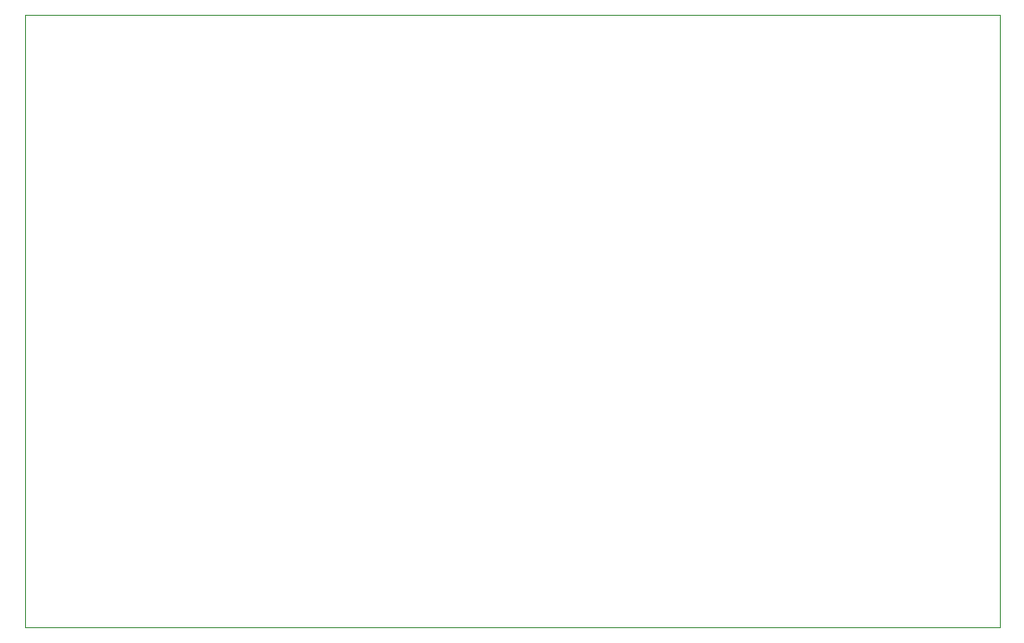
<source format=gbr>
%TF.GenerationSoftware,KiCad,Pcbnew,7.0.4*%
%TF.CreationDate,2023-05-26T13:48:30+02:00*%
%TF.ProjectId,pmod_e103bt53_baseboard,706d6f64-5f65-4313-9033-627435335f62,rev?*%
%TF.SameCoordinates,Original*%
%TF.FileFunction,Profile,NP*%
%FSLAX46Y46*%
G04 Gerber Fmt 4.6, Leading zero omitted, Abs format (unit mm)*
G04 Created by KiCad (PCBNEW 7.0.4) date 2023-05-26 13:48:30*
%MOMM*%
%LPD*%
G01*
G04 APERTURE LIST*
%TA.AperFunction,Profile*%
%ADD10C,0.050000*%
%TD*%
G04 APERTURE END LIST*
D10*
X45720000Y-17780000D02*
X134620000Y-17780000D01*
X134620000Y-73660000D01*
X45720000Y-73660000D01*
X45720000Y-17780000D01*
M02*

</source>
